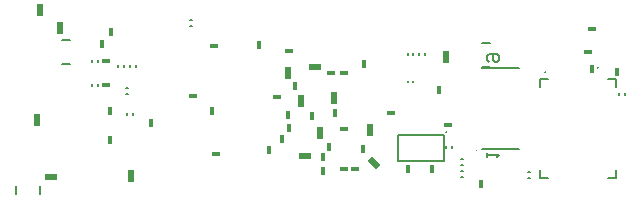
<source format=gbo>
G04*
G04 #@! TF.GenerationSoftware,Altium Limited,Altium Designer,20.2.6 (244)*
G04*
G04 Layer_Color=16777215*
%FSLAX25Y25*%
%MOIN*%
G70*
G04*
G04 #@! TF.SameCoordinates,CD837568-38DE-450B-9098-1122AA740EA9*
G04*
G04*
G04 #@! TF.FilePolarity,Positive*
G04*
G01*
G75*
%ADD12C,0.00787*%
%ADD88C,0.00394*%
%ADD89R,0.02165X0.03937*%
%ADD90R,0.01378X0.02756*%
%ADD91R,0.02756X0.01378*%
%ADD92R,0.03937X0.02165*%
G04:AMPARAMS|DCode=93|XSize=21.65mil|YSize=39.37mil|CornerRadius=0mil|HoleSize=0mil|Usage=FLASHONLY|Rotation=45.000|XOffset=0mil|YOffset=0mil|HoleType=Round|Shape=Rectangle|*
%AMROTATEDRECTD93*
4,1,4,0.00626,-0.02158,-0.02158,0.00626,-0.00626,0.02158,0.02158,-0.00626,0.00626,-0.02158,0.0*
%
%ADD93ROTATEDRECTD93*%

D12*
X611697Y330600D02*
G03*
X611697Y330600I-197J0D01*
G01*
X594197Y329100D02*
G03*
X594197Y329100I-197J0D01*
G01*
X561197Y309200D02*
G03*
X561197Y309200I-197J0D01*
G01*
X563084Y304005D02*
Y304595D01*
X561116Y304005D02*
Y304595D01*
X573022Y338737D02*
X575778D01*
X573022Y330863D02*
X575778D01*
X475805Y346484D02*
X476395D01*
X475805Y344516D02*
X476395D01*
X417863Y288522D02*
Y291278D01*
X425737Y288522D02*
Y291278D01*
X454343Y323754D02*
X454933D01*
X454343Y321785D02*
X454933D01*
X451785Y331010D02*
Y331601D01*
X453753Y331010D02*
Y331601D01*
X566205Y294216D02*
X566795D01*
X566205Y296184D02*
X566795D01*
X566205Y298316D02*
X566795D01*
X566205Y300284D02*
X566795D01*
X552016Y334805D02*
Y335395D01*
X553984Y334805D02*
Y335395D01*
X548216Y334805D02*
Y335395D01*
X550184Y334805D02*
Y335395D01*
X573157Y303557D02*
X585243D01*
X573157Y330643D02*
X585243D01*
X592502Y324060D02*
Y326835D01*
Y293765D02*
Y296540D01*
X617698Y324060D02*
Y326835D01*
Y293765D02*
Y296540D01*
X592502Y326835D02*
X595139D01*
X615061D02*
X617698D01*
X592502Y293765D02*
X595139D01*
X615061D02*
X617698D01*
X432922Y331963D02*
X435678D01*
X432922Y339837D02*
X435678D01*
X442942Y332568D02*
Y333158D01*
X444911Y332568D02*
Y333158D01*
X442942Y324468D02*
Y325058D01*
X444911Y324468D02*
Y325058D01*
X588405Y295884D02*
X588995D01*
X588405Y293916D02*
X588995D01*
X455618Y331010D02*
Y331601D01*
X457587Y331010D02*
Y331601D01*
X454816Y314805D02*
Y315395D01*
X456784Y314805D02*
Y315395D01*
X620684Y321605D02*
Y322195D01*
X618716Y321605D02*
Y322195D01*
X550184Y325705D02*
Y326295D01*
X548216Y325705D02*
Y326295D01*
X545023Y299669D02*
Y308331D01*
Y299669D02*
X560377D01*
Y308331D01*
X545023D02*
X560377D01*
X575356Y332691D02*
X574700Y333347D01*
Y334658D01*
X575356Y335314D01*
X577980D01*
X578636Y334658D01*
Y333347D01*
X577980Y332691D01*
X577324D01*
X576668Y333347D01*
Y335314D01*
X574700Y300801D02*
Y302113D01*
Y301457D01*
X578636D01*
X577980Y300801D01*
D88*
X426475Y297876D02*
G03*
X426475Y297876I-197J0D01*
G01*
X571180Y303132D02*
G03*
X571180Y303132I-197J0D01*
G01*
X617895Y292190D02*
G03*
X617895Y292190I-197J0D01*
G01*
X427075Y334276D02*
G03*
X427075Y334276I-197J0D01*
G01*
D89*
X560900Y334100D02*
D03*
X424800Y313100D02*
D03*
X535600Y309800D02*
D03*
X456200Y294500D02*
D03*
X508400Y329000D02*
D03*
X425800Y349800D02*
D03*
X512600Y319600D02*
D03*
X523700Y320400D02*
D03*
X432400Y343800D02*
D03*
X519200Y308900D02*
D03*
D90*
X618000Y329100D02*
D03*
X558600Y323100D02*
D03*
X508300Y314800D02*
D03*
X483035Y316220D02*
D03*
X572800Y292000D02*
D03*
X609600Y330200D02*
D03*
X462660Y312061D02*
D03*
X448900Y306700D02*
D03*
Y316200D02*
D03*
X449300Y342400D02*
D03*
X520200Y296100D02*
D03*
X516300Y314700D02*
D03*
X510800Y324400D02*
D03*
X524200Y315500D02*
D03*
X498677Y338172D02*
D03*
X533600Y331800D02*
D03*
X446400Y338600D02*
D03*
X533400Y303400D02*
D03*
X506500Y307000D02*
D03*
X508600Y310600D02*
D03*
X522200Y304200D02*
D03*
X520200Y300800D02*
D03*
X501900Y303200D02*
D03*
X556500Y296800D02*
D03*
X548500Y296800D02*
D03*
D91*
X608400Y336000D02*
D03*
X609700Y343600D02*
D03*
X484301Y301909D02*
D03*
X476800Y321100D02*
D03*
X483700Y337800D02*
D03*
X527100Y328900D02*
D03*
X522599D02*
D03*
X527000Y296901D02*
D03*
X447727Y332863D02*
D03*
X447726Y324763D02*
D03*
X504700Y321001D02*
D03*
X527000Y310200D02*
D03*
X530600Y296900D02*
D03*
X542800Y315700D02*
D03*
X508699Y336300D02*
D03*
X561600Y311700D02*
D03*
D92*
X429500Y294100D02*
D03*
X517400Y330800D02*
D03*
X514000Y301100D02*
D03*
D93*
X537000Y299000D02*
D03*
M02*

</source>
